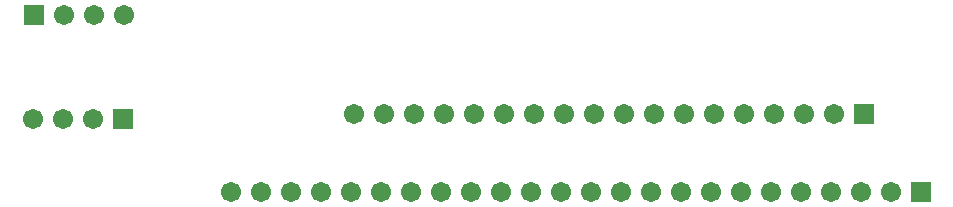
<source format=gbs>
G04 Layer_Color=16711935*
%FSLAX43Y43*%
%MOMM*%
G71*
G01*
G75*
%ADD15C,1.703*%
%ADD16R,1.703X1.703*%
D15*
X41529Y91821D02*
D03*
X44069D02*
D03*
X46609D02*
D03*
X49276Y100584D02*
D03*
X46736D02*
D03*
X44196D02*
D03*
X58293Y85598D02*
D03*
X60833D02*
D03*
X63373D02*
D03*
X65913D02*
D03*
X68453D02*
D03*
X70993D02*
D03*
X73533D02*
D03*
X76073D02*
D03*
X78613D02*
D03*
X81153D02*
D03*
X83693D02*
D03*
X86233D02*
D03*
X88773D02*
D03*
X91313D02*
D03*
X93853D02*
D03*
X96393D02*
D03*
X98933D02*
D03*
X101473D02*
D03*
X104013D02*
D03*
X106553D02*
D03*
X109093D02*
D03*
X111633D02*
D03*
X114173D02*
D03*
X68707Y92202D02*
D03*
X71247D02*
D03*
X73787D02*
D03*
X76327D02*
D03*
X78867D02*
D03*
X81407D02*
D03*
X83947D02*
D03*
X86487D02*
D03*
X89027D02*
D03*
X91567D02*
D03*
X94107D02*
D03*
X96647D02*
D03*
X99187D02*
D03*
X101727D02*
D03*
X104267D02*
D03*
X106807D02*
D03*
X109347D02*
D03*
D16*
X49149Y91821D02*
D03*
X41656Y100584D02*
D03*
X116713Y85598D02*
D03*
X111887Y92202D02*
D03*
M02*

</source>
